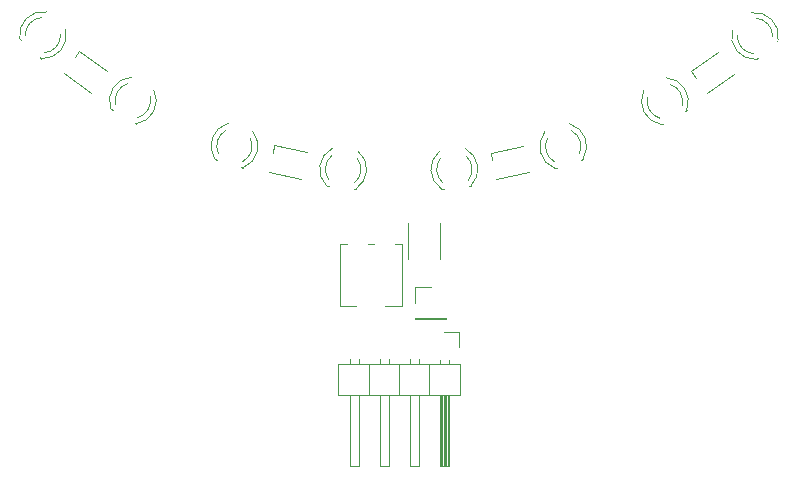
<source format=gbr>
%TF.GenerationSoftware,KiCad,Pcbnew,7.0.9*%
%TF.CreationDate,2024-12-17T14:23:38+09:00*%
%TF.ProjectId,line_front_back_robot2,6c696e65-5f66-4726-9f6e-74066261636b,rev?*%
%TF.SameCoordinates,Original*%
%TF.FileFunction,Legend,Top*%
%TF.FilePolarity,Positive*%
%FSLAX46Y46*%
G04 Gerber Fmt 4.6, Leading zero omitted, Abs format (unit mm)*
G04 Created by KiCad (PCBNEW 7.0.9) date 2024-12-17 14:23:38*
%MOMM*%
%LPD*%
G01*
G04 APERTURE LIST*
%ADD10C,0.120000*%
G04 APERTURE END LIST*
D10*
%TO.C,Q2*%
X144609134Y-105366854D02*
X144744234Y-105444854D01*
X146614848Y-106524854D02*
X146749948Y-106602854D01*
X146361607Y-102646267D02*
G75*
G03*
X144609553Y-105367096I97934J-1987588D01*
G01*
X146044940Y-103192292D02*
G75*
G03*
X145003754Y-104995353I414601J-1441563D01*
G01*
X146874368Y-106075353D02*
G75*
G03*
X147915271Y-104272128I-414827J1441498D01*
G01*
X146749529Y-106602612D02*
G75*
G03*
X148229809Y-103724874I-289988J1968757D01*
G01*
%TO.C,D2*%
X176745686Y-109043557D02*
X176880829Y-109679353D01*
X176745686Y-109043557D02*
X179523625Y-108453088D01*
X177223883Y-111293296D02*
X180001822Y-110702827D01*
%TO.C,D3*%
X193728162Y-102152728D02*
X194110222Y-102678589D01*
X193728162Y-102152728D02*
X196025770Y-100483417D01*
X195080068Y-104013467D02*
X197377676Y-102344156D01*
%TO.C,RV2*%
X163980000Y-121995000D02*
X165360000Y-121995000D01*
X163980000Y-121995000D02*
X163980000Y-116755000D01*
X167840000Y-121995000D02*
X169220000Y-121995000D01*
X169220000Y-121995000D02*
X169220000Y-116755000D01*
X163980000Y-116755000D02*
X164561000Y-116755000D01*
X166340000Y-116755000D02*
X166860000Y-116755000D01*
X168640000Y-116755000D02*
X169220000Y-116755000D01*
%TO.C,D5*%
X158428670Y-108431248D02*
X158293527Y-109067044D01*
X158428670Y-108431248D02*
X161206609Y-109021717D01*
X157950473Y-110680987D02*
X160728412Y-111271456D01*
%TO.C,Q8*%
X153400330Y-109575814D02*
X153548695Y-109624021D01*
X155602977Y-110291498D02*
X155751342Y-110339704D01*
X154548865Y-106550318D02*
G75*
G03*
X153400791Y-109575964I509038J-1923793D01*
G01*
X154352643Y-107150250D02*
G75*
G03*
X153709087Y-109130386I705260J-1323861D01*
G01*
X155763368Y-109797861D02*
G75*
G03*
X156406614Y-107817626I-705465J1323750D01*
G01*
X155750882Y-110339554D02*
G75*
G03*
X156600499Y-107216935I-692979J1865443D01*
G01*
%TO.C,J2*%
X174077507Y-124192255D02*
X174077507Y-125462255D01*
X172807507Y-124192255D02*
X174077507Y-124192255D01*
X170647507Y-126505184D02*
X170647507Y-126902255D01*
X169887507Y-126505184D02*
X169887507Y-126902255D01*
X168107507Y-126505184D02*
X168107507Y-126902255D01*
X167347507Y-126505184D02*
X167347507Y-126902255D01*
X165567507Y-126505184D02*
X165567507Y-126902255D01*
X164807507Y-126505184D02*
X164807507Y-126902255D01*
X173187507Y-126572255D02*
X173187507Y-126902255D01*
X172427507Y-126572255D02*
X172427507Y-126902255D01*
X174137507Y-126902255D02*
X163857507Y-126902255D01*
X171537507Y-126902255D02*
X171537507Y-129562255D01*
X168997507Y-126902255D02*
X168997507Y-129562255D01*
X166457507Y-126902255D02*
X166457507Y-129562255D01*
X163857507Y-126902255D02*
X163857507Y-129562255D01*
X174137507Y-129562255D02*
X174137507Y-126902255D01*
X173187507Y-129562255D02*
X173187507Y-135562255D01*
X173127507Y-129562255D02*
X173127507Y-135562255D01*
X173007507Y-129562255D02*
X173007507Y-135562255D01*
X172887507Y-129562255D02*
X172887507Y-135562255D01*
X172767507Y-129562255D02*
X172767507Y-135562255D01*
X172647507Y-129562255D02*
X172647507Y-135562255D01*
X172527507Y-129562255D02*
X172527507Y-135562255D01*
X170647507Y-129562255D02*
X170647507Y-135562255D01*
X168107507Y-129562255D02*
X168107507Y-135562255D01*
X165567507Y-129562255D02*
X165567507Y-135562255D01*
X163857507Y-129562255D02*
X174137507Y-129562255D01*
X173187507Y-135562255D02*
X172427507Y-135562255D01*
X172427507Y-135562255D02*
X172427507Y-129562255D01*
X170647507Y-135562255D02*
X169887507Y-135562255D01*
X169887507Y-135562255D02*
X169887507Y-129562255D01*
X168107507Y-135562255D02*
X167347507Y-135562255D01*
X167347507Y-135562255D02*
X167347507Y-129562255D01*
X165567507Y-135562255D02*
X164807507Y-135562255D01*
X164807507Y-135562255D02*
X164807507Y-129562255D01*
%TO.C,Q7*%
X136885137Y-99422078D02*
X137001068Y-99526462D01*
X138606261Y-100971784D02*
X138722191Y-101076168D01*
X139164956Y-97125301D02*
G75*
G03*
X136885498Y-99422401I-317448J-1964516D01*
G01*
X138741685Y-97593555D02*
G75*
G03*
X137348374Y-99140741I105823J-1496262D01*
G01*
X138953565Y-100586062D02*
G75*
G03*
X140346634Y-99038659I-106057J1496245D01*
G01*
X138721831Y-101075844D02*
G75*
G03*
X140768080Y-98568760I125677J1986027D01*
G01*
%TO.C,Q4*%
X182203799Y-110372164D02*
X182352164Y-110323958D01*
X184406446Y-109656481D02*
X184554811Y-109608274D01*
X181354641Y-107249394D02*
G75*
G03*
X182204259Y-110372015I1542597J-1257177D01*
G01*
X181548526Y-107850086D02*
G75*
G03*
X182191772Y-109830321I1348712J-656485D01*
G01*
X184246053Y-109162845D02*
G75*
G03*
X183602498Y-107182711I-1348815J656274D01*
G01*
X184554349Y-109608423D02*
G75*
G03*
X183406276Y-106582779I-1657111J1101852D01*
G01*
%TO.C,Q9*%
X162874511Y-111865006D02*
X163029656Y-111881313D01*
X165177823Y-112107094D02*
X165332969Y-112123401D01*
X163368911Y-108666830D02*
G75*
G03*
X162874992Y-111865057I897893J-1775919D01*
G01*
X163301710Y-109294449D02*
G75*
G03*
X163083910Y-111365117I965094J-1148300D01*
G01*
X165232077Y-111590897D02*
G75*
G03*
X165449552Y-109520196I-965273J1148148D01*
G01*
X165332486Y-112123349D02*
G75*
G03*
X165514310Y-108892321I-1065682J1680600D01*
G01*
%TO.C,J3*%
X170345000Y-120445000D02*
X171675000Y-120445000D01*
X170345000Y-121775000D02*
X170345000Y-120445000D01*
X170345000Y-123045000D02*
X170345000Y-123105000D01*
X170345000Y-123045000D02*
X173005000Y-123045000D01*
X170345000Y-123105000D02*
X173005000Y-123105000D01*
X173005000Y-123045000D02*
X173005000Y-123105000D01*
%TO.C,Q10*%
X199254790Y-101146456D02*
X199370720Y-101042072D01*
X200975913Y-99596750D02*
X201091844Y-99492366D01*
X197208900Y-98639048D02*
G75*
G03*
X199255150Y-101146133I1920573J-521057D01*
G01*
X197630346Y-99108947D02*
G75*
G03*
X199023416Y-100656351I1499127J-51158D01*
G01*
X200628607Y-99211029D02*
G75*
G03*
X199235296Y-97663843I-1499134J50924D01*
G01*
X201091484Y-99492689D02*
G75*
G03*
X198812025Y-97195588I-1962011J332584D01*
G01*
%TO.C,Q3*%
X172617607Y-112134381D02*
X172772753Y-112118074D01*
X174920920Y-111892293D02*
X175076065Y-111875986D01*
X172436266Y-108903301D02*
G75*
G03*
X172618090Y-112134329I1247506J-1550428D01*
G01*
X172501023Y-109531176D02*
G75*
G03*
X172718498Y-111601878I1182749J-922553D01*
G01*
X174866665Y-111376096D02*
G75*
G03*
X174648866Y-109305430I-1182893J922367D01*
G01*
X175075584Y-111876037D02*
G75*
G03*
X174581665Y-108677810I-1391812J1422308D01*
G01*
%TO.C,Q1*%
X191214125Y-106655376D02*
X191349225Y-106577376D01*
X193219839Y-105497376D02*
X193354939Y-105419376D01*
X189734264Y-103777396D02*
G75*
G03*
X191214544Y-106655134I1770268J-908981D01*
G01*
X190048802Y-104324650D02*
G75*
G03*
X191089705Y-106127875I1455730J-361727D01*
G01*
X192960320Y-105047875D02*
G75*
G03*
X191919133Y-103244813I-1455788J361498D01*
G01*
X193354520Y-105419618D02*
G75*
G03*
X191602466Y-102698788I-1849988J733241D01*
G01*
%TO.C,D1*%
X141944292Y-100421673D02*
X141562231Y-100947534D01*
X141944292Y-100421673D02*
X144241900Y-102090984D01*
X140592386Y-102282412D02*
X142889994Y-103951723D01*
%TO.C,R8*%
X169740000Y-118052064D02*
X169740000Y-114997936D01*
X172460000Y-118052064D02*
X172460000Y-114997936D01*
%TD*%
M02*

</source>
